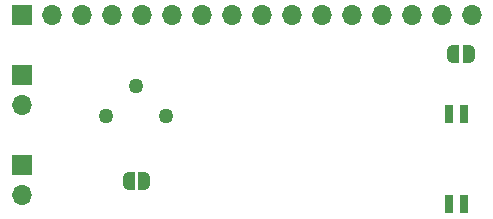
<source format=gbr>
%TF.GenerationSoftware,KiCad,Pcbnew,8.0.6*%
%TF.CreationDate,2024-12-18T19:44:50+00:00*%
%TF.ProjectId,003-UART-1602,3030332d-5541-4525-942d-313630322e6b,MkI*%
%TF.SameCoordinates,Original*%
%TF.FileFunction,Soldermask,Bot*%
%TF.FilePolarity,Negative*%
%FSLAX46Y46*%
G04 Gerber Fmt 4.6, Leading zero omitted, Abs format (unit mm)*
G04 Created by KiCad (PCBNEW 8.0.6) date 2024-12-18 19:44:50*
%MOMM*%
%LPD*%
G01*
G04 APERTURE LIST*
G04 Aperture macros list*
%AMFreePoly0*
4,1,19,0.500000,-0.750000,0.000000,-0.750000,0.000000,-0.744911,-0.071157,-0.744911,-0.207708,-0.704816,-0.327430,-0.627875,-0.420627,-0.520320,-0.479746,-0.390866,-0.500000,-0.250000,-0.500000,0.250000,-0.479746,0.390866,-0.420627,0.520320,-0.327430,0.627875,-0.207708,0.704816,-0.071157,0.744911,0.000000,0.744911,0.000000,0.750000,0.500000,0.750000,0.500000,-0.750000,0.500000,-0.750000,
$1*%
%AMFreePoly1*
4,1,19,0.000000,0.744911,0.071157,0.744911,0.207708,0.704816,0.327430,0.627875,0.420627,0.520320,0.479746,0.390866,0.500000,0.250000,0.500000,-0.250000,0.479746,-0.390866,0.420627,-0.520320,0.327430,-0.627875,0.207708,-0.704816,0.071157,-0.744911,0.000000,-0.744911,0.000000,-0.750000,-0.500000,-0.750000,-0.500000,0.750000,0.000000,0.750000,0.000000,0.744911,0.000000,0.744911,
$1*%
G04 Aperture macros list end*
%ADD10R,1.700000X1.700000*%
%ADD11O,1.700000X1.700000*%
%ADD12FreePoly0,0.000000*%
%ADD13FreePoly1,0.000000*%
%ADD14R,0.760000X1.600000*%
%ADD15C,1.260000*%
G04 APERTURE END LIST*
D10*
%TO.C,DS1*%
X32385520Y-66039300D03*
D11*
X34925520Y-66039300D03*
X37465519Y-66039300D03*
X40005520Y-66039300D03*
X42545520Y-66039300D03*
X45085520Y-66039300D03*
X47625520Y-66039300D03*
X50165521Y-66039300D03*
X52705520Y-66039300D03*
X55245520Y-66039300D03*
X57785520Y-66039300D03*
X60325519Y-66039300D03*
X62865520Y-66039300D03*
X65405520Y-66039300D03*
X67945520Y-66039300D03*
X70485519Y-66039300D03*
%TD*%
D10*
%TO.C,J2*%
X32385520Y-78739300D03*
D11*
X32385520Y-81279300D03*
%TD*%
D10*
%TO.C,J1*%
X32385520Y-71119300D03*
D11*
X32385520Y-73659300D03*
%TD*%
D12*
%TO.C,JP2*%
X68915521Y-69279300D03*
D13*
X70215519Y-69279300D03*
%TD*%
D14*
%TO.C,SW1*%
X68550520Y-74429300D03*
X69820520Y-74429300D03*
X69820520Y-82049300D03*
X68550520Y-82049300D03*
%TD*%
D15*
%TO.C,RV1*%
X44615519Y-74579300D03*
X42075519Y-72039300D03*
X39535520Y-74579300D03*
%TD*%
D12*
%TO.C,JP1*%
X41435521Y-80079300D03*
D13*
X42735519Y-80079300D03*
%TD*%
M02*

</source>
